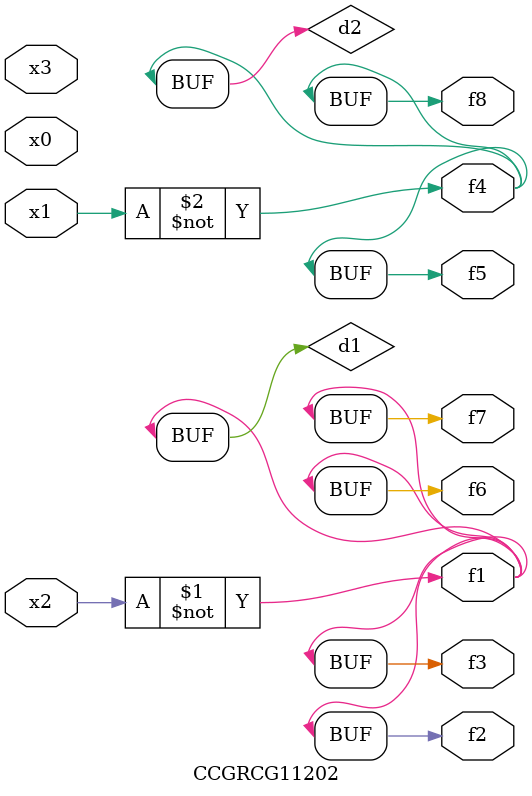
<source format=v>
module CCGRCG11202(
	input x0, x1, x2, x3,
	output f1, f2, f3, f4, f5, f6, f7, f8
);

	wire d1, d2;

	xnor (d1, x2);
	not (d2, x1);
	assign f1 = d1;
	assign f2 = d1;
	assign f3 = d1;
	assign f4 = d2;
	assign f5 = d2;
	assign f6 = d1;
	assign f7 = d1;
	assign f8 = d2;
endmodule

</source>
